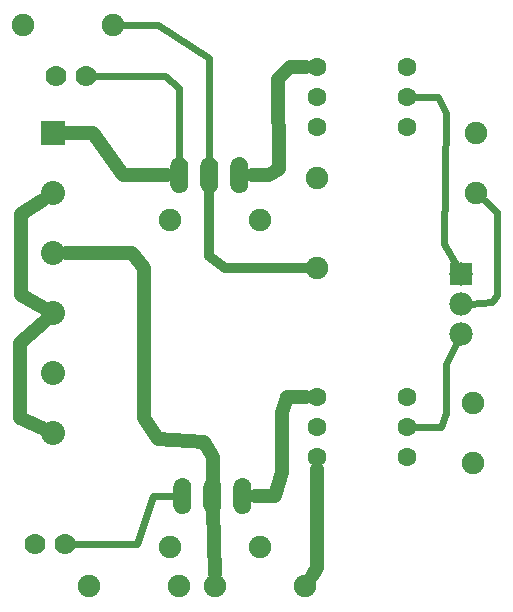
<source format=gbl>
G04 MADE WITH FRITZING*
G04 WWW.FRITZING.ORG*
G04 DOUBLE SIDED*
G04 HOLES PLATED*
G04 CONTOUR ON CENTER OF CONTOUR VECTOR*
%ASAXBY*%
%FSLAX23Y23*%
%MOIN*%
%OFA0B0*%
%SFA1.0B1.0*%
%ADD10C,0.060000*%
%ADD11C,0.078000*%
%ADD12C,0.080000*%
%ADD13C,0.063000*%
%ADD14C,0.075000*%
%ADD15C,0.070000*%
%ADD16R,0.078000X0.078000*%
%ADD17R,0.080000X0.080000*%
%ADD18C,0.024000*%
%ADD19C,0.048000*%
%ADD20C,0.032000*%
%ADD21R,0.001000X0.001000*%
%LNCOPPER0*%
G90*
G70*
G54D10*
X636Y485D03*
X736Y485D03*
X836Y485D03*
X626Y1555D03*
X726Y1555D03*
X826Y1555D03*
G54D11*
X1566Y1225D03*
X1566Y1125D03*
X1566Y1025D03*
G54D12*
X206Y1695D03*
X206Y1495D03*
X206Y1295D03*
X206Y1095D03*
X206Y895D03*
X206Y695D03*
G54D13*
X1386Y1715D03*
X1386Y1815D03*
X1386Y1915D03*
X1086Y1915D03*
X1086Y1815D03*
X1086Y1715D03*
X1386Y615D03*
X1386Y715D03*
X1386Y815D03*
X1086Y815D03*
X1086Y715D03*
X1086Y615D03*
G54D14*
X746Y185D03*
X1046Y185D03*
X1606Y595D03*
X1606Y795D03*
X1616Y1495D03*
X1616Y1695D03*
X1086Y1245D03*
X1086Y1545D03*
X106Y2055D03*
X406Y2055D03*
G54D15*
X216Y1885D03*
X316Y1885D03*
X146Y325D03*
X246Y325D03*
G54D14*
X326Y185D03*
X626Y185D03*
X596Y315D03*
X896Y315D03*
X596Y1405D03*
X896Y1405D03*
G54D16*
X1566Y1225D03*
G54D17*
X206Y1695D03*
G54D18*
X1638Y1476D02*
X1686Y1433D01*
D02*
X1686Y1433D02*
X1686Y1155D01*
D02*
X1686Y1155D02*
X1667Y1133D01*
D02*
X1667Y1133D02*
X1596Y1127D01*
D02*
X1413Y1815D02*
X1487Y1815D01*
D02*
X1515Y1763D02*
X1507Y1326D01*
D02*
X1487Y1815D02*
X1515Y1763D01*
D02*
X1507Y1326D02*
X1551Y1251D01*
D02*
X1497Y715D02*
X1413Y715D01*
D02*
X1515Y763D02*
X1497Y715D01*
D02*
X1515Y926D02*
X1515Y763D01*
D02*
X1552Y998D02*
X1515Y926D01*
G54D19*
D02*
X956Y1874D02*
X996Y1915D01*
D02*
X957Y1576D02*
X956Y1874D01*
D02*
X926Y1554D02*
X957Y1576D01*
D02*
X996Y1915D02*
X1048Y1915D01*
D02*
X868Y1554D02*
X926Y1554D01*
D02*
X98Y1426D02*
X98Y1154D01*
D02*
X98Y1154D02*
X169Y1115D01*
D02*
X171Y1472D02*
X98Y1426D01*
D02*
X175Y1066D02*
X96Y995D01*
D02*
X96Y995D02*
X96Y745D01*
D02*
X96Y745D02*
X168Y712D01*
D02*
X1086Y244D02*
X1068Y218D01*
D02*
X1086Y577D02*
X1086Y244D01*
D02*
X745Y224D02*
X738Y443D01*
D02*
X556Y674D02*
X708Y667D01*
D02*
X708Y667D02*
X737Y615D01*
D02*
X508Y744D02*
X556Y674D01*
D02*
X737Y615D02*
X737Y527D01*
D02*
X508Y1244D02*
X508Y744D01*
D02*
X467Y1296D02*
X508Y1244D01*
D02*
X248Y1295D02*
X467Y1296D01*
D02*
X437Y1555D02*
X337Y1696D01*
D02*
X337Y1696D02*
X248Y1695D01*
D02*
X584Y1555D02*
X437Y1555D01*
D02*
X945Y485D02*
X878Y485D01*
D02*
X967Y567D02*
X945Y485D01*
D02*
X967Y763D02*
X967Y567D01*
D02*
X986Y815D02*
X967Y763D01*
D02*
X1048Y815D02*
X986Y815D01*
G54D18*
D02*
X626Y1844D02*
X626Y1586D01*
D02*
X578Y1885D02*
X626Y1844D01*
D02*
X343Y1885D02*
X578Y1885D01*
D02*
X435Y2055D02*
X556Y2055D01*
D02*
X556Y2055D02*
X726Y1944D01*
D02*
X726Y1944D02*
X726Y1586D01*
D02*
X273Y325D02*
X486Y326D01*
D02*
X537Y485D02*
X605Y485D01*
D02*
X486Y326D02*
X537Y485D01*
G54D20*
D02*
X778Y1244D02*
X1058Y1245D01*
D02*
X726Y1285D02*
X778Y1244D01*
D02*
X726Y1524D02*
X726Y1285D01*
G54D21*
X624Y1615D02*
X627Y1615D01*
X724Y1615D02*
X727Y1615D01*
X824Y1615D02*
X827Y1615D01*
X618Y1614D02*
X633Y1614D01*
X718Y1614D02*
X733Y1614D01*
X818Y1614D02*
X833Y1614D01*
X615Y1613D02*
X636Y1613D01*
X715Y1613D02*
X736Y1613D01*
X815Y1613D02*
X836Y1613D01*
X613Y1612D02*
X638Y1612D01*
X713Y1612D02*
X738Y1612D01*
X813Y1612D02*
X838Y1612D01*
X611Y1611D02*
X640Y1611D01*
X711Y1611D02*
X740Y1611D01*
X811Y1611D02*
X840Y1611D01*
X609Y1610D02*
X642Y1610D01*
X709Y1610D02*
X742Y1610D01*
X809Y1610D02*
X842Y1610D01*
X608Y1609D02*
X643Y1609D01*
X708Y1609D02*
X743Y1609D01*
X808Y1609D02*
X843Y1609D01*
X607Y1608D02*
X644Y1608D01*
X707Y1608D02*
X744Y1608D01*
X807Y1608D02*
X844Y1608D01*
X606Y1607D02*
X645Y1607D01*
X706Y1607D02*
X745Y1607D01*
X805Y1607D02*
X845Y1607D01*
X605Y1606D02*
X647Y1606D01*
X704Y1606D02*
X746Y1606D01*
X804Y1606D02*
X846Y1606D01*
X604Y1605D02*
X647Y1605D01*
X704Y1605D02*
X747Y1605D01*
X804Y1605D02*
X847Y1605D01*
X603Y1604D02*
X648Y1604D01*
X703Y1604D02*
X748Y1604D01*
X803Y1604D02*
X848Y1604D01*
X602Y1603D02*
X649Y1603D01*
X702Y1603D02*
X749Y1603D01*
X802Y1603D02*
X849Y1603D01*
X601Y1602D02*
X650Y1602D01*
X701Y1602D02*
X750Y1602D01*
X801Y1602D02*
X850Y1602D01*
X601Y1601D02*
X650Y1601D01*
X701Y1601D02*
X750Y1601D01*
X801Y1601D02*
X850Y1601D01*
X600Y1600D02*
X651Y1600D01*
X700Y1600D02*
X751Y1600D01*
X800Y1600D02*
X851Y1600D01*
X599Y1599D02*
X652Y1599D01*
X699Y1599D02*
X752Y1599D01*
X799Y1599D02*
X852Y1599D01*
X599Y1598D02*
X652Y1598D01*
X699Y1598D02*
X752Y1598D01*
X799Y1598D02*
X852Y1598D01*
X598Y1597D02*
X653Y1597D01*
X698Y1597D02*
X753Y1597D01*
X798Y1597D02*
X852Y1597D01*
X598Y1596D02*
X653Y1596D01*
X698Y1596D02*
X753Y1596D01*
X798Y1596D02*
X853Y1596D01*
X598Y1595D02*
X653Y1595D01*
X698Y1595D02*
X753Y1595D01*
X798Y1595D02*
X853Y1595D01*
X597Y1594D02*
X654Y1594D01*
X697Y1594D02*
X754Y1594D01*
X797Y1594D02*
X854Y1594D01*
X597Y1593D02*
X654Y1593D01*
X697Y1593D02*
X754Y1593D01*
X797Y1593D02*
X854Y1593D01*
X597Y1592D02*
X654Y1592D01*
X697Y1592D02*
X754Y1592D01*
X797Y1592D02*
X854Y1592D01*
X597Y1591D02*
X654Y1591D01*
X697Y1591D02*
X754Y1591D01*
X797Y1591D02*
X854Y1591D01*
X596Y1590D02*
X655Y1590D01*
X696Y1590D02*
X755Y1590D01*
X796Y1590D02*
X855Y1590D01*
X596Y1589D02*
X655Y1589D01*
X696Y1589D02*
X755Y1589D01*
X796Y1589D02*
X855Y1589D01*
X596Y1588D02*
X655Y1588D01*
X696Y1588D02*
X755Y1588D01*
X796Y1588D02*
X855Y1588D01*
X596Y1587D02*
X655Y1587D01*
X696Y1587D02*
X755Y1587D01*
X796Y1587D02*
X855Y1587D01*
X596Y1586D02*
X655Y1586D01*
X696Y1586D02*
X755Y1586D01*
X796Y1586D02*
X855Y1586D01*
X596Y1585D02*
X655Y1585D01*
X696Y1585D02*
X755Y1585D01*
X796Y1585D02*
X855Y1585D01*
X596Y1584D02*
X655Y1584D01*
X696Y1584D02*
X755Y1584D01*
X796Y1584D02*
X855Y1584D01*
X596Y1583D02*
X655Y1583D01*
X696Y1583D02*
X755Y1583D01*
X796Y1583D02*
X855Y1583D01*
X596Y1582D02*
X655Y1582D01*
X696Y1582D02*
X755Y1582D01*
X796Y1582D02*
X855Y1582D01*
X596Y1581D02*
X655Y1581D01*
X696Y1581D02*
X755Y1581D01*
X796Y1581D02*
X855Y1581D01*
X596Y1580D02*
X655Y1580D01*
X696Y1580D02*
X755Y1580D01*
X796Y1580D02*
X855Y1580D01*
X596Y1579D02*
X655Y1579D01*
X696Y1579D02*
X755Y1579D01*
X796Y1579D02*
X855Y1579D01*
X596Y1578D02*
X655Y1578D01*
X696Y1578D02*
X755Y1578D01*
X796Y1578D02*
X855Y1578D01*
X596Y1577D02*
X655Y1577D01*
X696Y1577D02*
X755Y1577D01*
X796Y1577D02*
X855Y1577D01*
X596Y1576D02*
X655Y1576D01*
X696Y1576D02*
X755Y1576D01*
X796Y1576D02*
X855Y1576D01*
X596Y1575D02*
X624Y1575D01*
X627Y1575D02*
X655Y1575D01*
X696Y1575D02*
X724Y1575D01*
X727Y1575D02*
X755Y1575D01*
X796Y1575D02*
X824Y1575D01*
X827Y1575D02*
X855Y1575D01*
X596Y1574D02*
X619Y1574D01*
X632Y1574D02*
X655Y1574D01*
X696Y1574D02*
X719Y1574D01*
X732Y1574D02*
X755Y1574D01*
X796Y1574D02*
X819Y1574D01*
X832Y1574D02*
X855Y1574D01*
X596Y1573D02*
X616Y1573D01*
X635Y1573D02*
X655Y1573D01*
X696Y1573D02*
X716Y1573D01*
X735Y1573D02*
X755Y1573D01*
X796Y1573D02*
X816Y1573D01*
X835Y1573D02*
X855Y1573D01*
X596Y1572D02*
X614Y1572D01*
X637Y1572D02*
X655Y1572D01*
X696Y1572D02*
X714Y1572D01*
X737Y1572D02*
X755Y1572D01*
X796Y1572D02*
X814Y1572D01*
X837Y1572D02*
X855Y1572D01*
X596Y1571D02*
X613Y1571D01*
X638Y1571D02*
X655Y1571D01*
X696Y1571D02*
X713Y1571D01*
X738Y1571D02*
X755Y1571D01*
X796Y1571D02*
X813Y1571D01*
X838Y1571D02*
X855Y1571D01*
X596Y1570D02*
X612Y1570D01*
X639Y1570D02*
X655Y1570D01*
X696Y1570D02*
X712Y1570D01*
X739Y1570D02*
X755Y1570D01*
X796Y1570D02*
X812Y1570D01*
X839Y1570D02*
X855Y1570D01*
X596Y1569D02*
X611Y1569D01*
X640Y1569D02*
X655Y1569D01*
X696Y1569D02*
X711Y1569D01*
X740Y1569D02*
X755Y1569D01*
X796Y1569D02*
X811Y1569D01*
X840Y1569D02*
X855Y1569D01*
X596Y1568D02*
X610Y1568D01*
X641Y1568D02*
X655Y1568D01*
X696Y1568D02*
X710Y1568D01*
X741Y1568D02*
X755Y1568D01*
X796Y1568D02*
X810Y1568D01*
X841Y1568D02*
X855Y1568D01*
X596Y1567D02*
X609Y1567D01*
X642Y1567D02*
X655Y1567D01*
X696Y1567D02*
X709Y1567D01*
X742Y1567D02*
X755Y1567D01*
X796Y1567D02*
X809Y1567D01*
X842Y1567D02*
X855Y1567D01*
X596Y1566D02*
X608Y1566D01*
X643Y1566D02*
X655Y1566D01*
X696Y1566D02*
X708Y1566D01*
X743Y1566D02*
X755Y1566D01*
X796Y1566D02*
X808Y1566D01*
X843Y1566D02*
X855Y1566D01*
X596Y1565D02*
X608Y1565D01*
X643Y1565D02*
X655Y1565D01*
X696Y1565D02*
X708Y1565D01*
X743Y1565D02*
X755Y1565D01*
X796Y1565D02*
X808Y1565D01*
X843Y1565D02*
X855Y1565D01*
X596Y1564D02*
X607Y1564D01*
X644Y1564D02*
X655Y1564D01*
X696Y1564D02*
X707Y1564D01*
X744Y1564D02*
X755Y1564D01*
X796Y1564D02*
X807Y1564D01*
X844Y1564D02*
X855Y1564D01*
X596Y1563D02*
X607Y1563D01*
X644Y1563D02*
X655Y1563D01*
X696Y1563D02*
X707Y1563D01*
X744Y1563D02*
X755Y1563D01*
X796Y1563D02*
X807Y1563D01*
X844Y1563D02*
X855Y1563D01*
X596Y1562D02*
X606Y1562D01*
X645Y1562D02*
X655Y1562D01*
X696Y1562D02*
X706Y1562D01*
X745Y1562D02*
X755Y1562D01*
X796Y1562D02*
X806Y1562D01*
X845Y1562D02*
X855Y1562D01*
X596Y1561D02*
X606Y1561D01*
X645Y1561D02*
X655Y1561D01*
X696Y1561D02*
X706Y1561D01*
X745Y1561D02*
X755Y1561D01*
X796Y1561D02*
X806Y1561D01*
X845Y1561D02*
X855Y1561D01*
X596Y1560D02*
X606Y1560D01*
X645Y1560D02*
X655Y1560D01*
X696Y1560D02*
X706Y1560D01*
X745Y1560D02*
X755Y1560D01*
X796Y1560D02*
X806Y1560D01*
X845Y1560D02*
X855Y1560D01*
X596Y1559D02*
X605Y1559D01*
X646Y1559D02*
X655Y1559D01*
X696Y1559D02*
X705Y1559D01*
X746Y1559D02*
X755Y1559D01*
X796Y1559D02*
X805Y1559D01*
X846Y1559D02*
X855Y1559D01*
X596Y1558D02*
X605Y1558D01*
X646Y1558D02*
X655Y1558D01*
X696Y1558D02*
X705Y1558D01*
X746Y1558D02*
X755Y1558D01*
X796Y1558D02*
X805Y1558D01*
X846Y1558D02*
X855Y1558D01*
X596Y1557D02*
X605Y1557D01*
X646Y1557D02*
X655Y1557D01*
X696Y1557D02*
X705Y1557D01*
X746Y1557D02*
X755Y1557D01*
X796Y1557D02*
X805Y1557D01*
X846Y1557D02*
X855Y1557D01*
X596Y1556D02*
X605Y1556D01*
X646Y1556D02*
X655Y1556D01*
X696Y1556D02*
X705Y1556D01*
X746Y1556D02*
X755Y1556D01*
X796Y1556D02*
X805Y1556D01*
X846Y1556D02*
X855Y1556D01*
X596Y1555D02*
X605Y1555D01*
X646Y1555D02*
X655Y1555D01*
X696Y1555D02*
X705Y1555D01*
X746Y1555D02*
X755Y1555D01*
X796Y1555D02*
X805Y1555D01*
X846Y1555D02*
X855Y1555D01*
X596Y1554D02*
X605Y1554D01*
X646Y1554D02*
X655Y1554D01*
X696Y1554D02*
X705Y1554D01*
X746Y1554D02*
X755Y1554D01*
X796Y1554D02*
X805Y1554D01*
X846Y1554D02*
X855Y1554D01*
X596Y1553D02*
X605Y1553D01*
X646Y1553D02*
X655Y1553D01*
X696Y1553D02*
X705Y1553D01*
X746Y1553D02*
X755Y1553D01*
X796Y1553D02*
X805Y1553D01*
X846Y1553D02*
X855Y1553D01*
X596Y1552D02*
X605Y1552D01*
X646Y1552D02*
X655Y1552D01*
X696Y1552D02*
X705Y1552D01*
X746Y1552D02*
X755Y1552D01*
X796Y1552D02*
X805Y1552D01*
X846Y1552D02*
X855Y1552D01*
X596Y1551D02*
X605Y1551D01*
X646Y1551D02*
X655Y1551D01*
X696Y1551D02*
X705Y1551D01*
X746Y1551D02*
X755Y1551D01*
X796Y1551D02*
X805Y1551D01*
X845Y1551D02*
X855Y1551D01*
X596Y1550D02*
X606Y1550D01*
X645Y1550D02*
X655Y1550D01*
X696Y1550D02*
X706Y1550D01*
X745Y1550D02*
X755Y1550D01*
X796Y1550D02*
X806Y1550D01*
X845Y1550D02*
X855Y1550D01*
X596Y1549D02*
X606Y1549D01*
X645Y1549D02*
X655Y1549D01*
X696Y1549D02*
X706Y1549D01*
X745Y1549D02*
X755Y1549D01*
X796Y1549D02*
X806Y1549D01*
X845Y1549D02*
X855Y1549D01*
X596Y1548D02*
X606Y1548D01*
X645Y1548D02*
X655Y1548D01*
X696Y1548D02*
X706Y1548D01*
X745Y1548D02*
X755Y1548D01*
X796Y1548D02*
X806Y1548D01*
X845Y1548D02*
X855Y1548D01*
X596Y1547D02*
X607Y1547D01*
X644Y1547D02*
X655Y1547D01*
X696Y1547D02*
X707Y1547D01*
X744Y1547D02*
X755Y1547D01*
X796Y1547D02*
X807Y1547D01*
X844Y1547D02*
X855Y1547D01*
X596Y1546D02*
X607Y1546D01*
X644Y1546D02*
X655Y1546D01*
X696Y1546D02*
X707Y1546D01*
X744Y1546D02*
X755Y1546D01*
X796Y1546D02*
X807Y1546D01*
X844Y1546D02*
X855Y1546D01*
X596Y1545D02*
X608Y1545D01*
X643Y1545D02*
X655Y1545D01*
X696Y1545D02*
X708Y1545D01*
X743Y1545D02*
X755Y1545D01*
X796Y1545D02*
X808Y1545D01*
X843Y1545D02*
X855Y1545D01*
X596Y1544D02*
X608Y1544D01*
X643Y1544D02*
X655Y1544D01*
X696Y1544D02*
X708Y1544D01*
X743Y1544D02*
X755Y1544D01*
X796Y1544D02*
X808Y1544D01*
X843Y1544D02*
X855Y1544D01*
X596Y1543D02*
X609Y1543D01*
X642Y1543D02*
X655Y1543D01*
X696Y1543D02*
X709Y1543D01*
X742Y1543D02*
X755Y1543D01*
X796Y1543D02*
X809Y1543D01*
X842Y1543D02*
X855Y1543D01*
X596Y1542D02*
X610Y1542D01*
X641Y1542D02*
X655Y1542D01*
X696Y1542D02*
X710Y1542D01*
X741Y1542D02*
X755Y1542D01*
X796Y1542D02*
X810Y1542D01*
X841Y1542D02*
X855Y1542D01*
X596Y1541D02*
X611Y1541D01*
X640Y1541D02*
X655Y1541D01*
X696Y1541D02*
X711Y1541D01*
X740Y1541D02*
X755Y1541D01*
X796Y1541D02*
X811Y1541D01*
X840Y1541D02*
X855Y1541D01*
X596Y1540D02*
X612Y1540D01*
X639Y1540D02*
X655Y1540D01*
X696Y1540D02*
X712Y1540D01*
X739Y1540D02*
X755Y1540D01*
X796Y1540D02*
X812Y1540D01*
X839Y1540D02*
X855Y1540D01*
X596Y1539D02*
X613Y1539D01*
X638Y1539D02*
X655Y1539D01*
X696Y1539D02*
X713Y1539D01*
X738Y1539D02*
X755Y1539D01*
X796Y1539D02*
X813Y1539D01*
X838Y1539D02*
X855Y1539D01*
X596Y1538D02*
X615Y1538D01*
X636Y1538D02*
X655Y1538D01*
X696Y1538D02*
X715Y1538D01*
X736Y1538D02*
X755Y1538D01*
X796Y1538D02*
X815Y1538D01*
X836Y1538D02*
X855Y1538D01*
X596Y1537D02*
X617Y1537D01*
X634Y1537D02*
X655Y1537D01*
X696Y1537D02*
X717Y1537D01*
X734Y1537D02*
X755Y1537D01*
X796Y1537D02*
X817Y1537D01*
X834Y1537D02*
X855Y1537D01*
X596Y1536D02*
X619Y1536D01*
X632Y1536D02*
X655Y1536D01*
X696Y1536D02*
X719Y1536D01*
X732Y1536D02*
X755Y1536D01*
X796Y1536D02*
X819Y1536D01*
X832Y1536D02*
X855Y1536D01*
X596Y1535D02*
X655Y1535D01*
X696Y1535D02*
X755Y1535D01*
X796Y1535D02*
X855Y1535D01*
X596Y1534D02*
X655Y1534D01*
X696Y1534D02*
X755Y1534D01*
X796Y1534D02*
X855Y1534D01*
X596Y1533D02*
X655Y1533D01*
X696Y1533D02*
X755Y1533D01*
X796Y1533D02*
X855Y1533D01*
X596Y1532D02*
X655Y1532D01*
X696Y1532D02*
X755Y1532D01*
X796Y1532D02*
X855Y1532D01*
X596Y1531D02*
X655Y1531D01*
X696Y1531D02*
X755Y1531D01*
X796Y1531D02*
X855Y1531D01*
X596Y1530D02*
X655Y1530D01*
X696Y1530D02*
X755Y1530D01*
X796Y1530D02*
X855Y1530D01*
X596Y1529D02*
X655Y1529D01*
X696Y1529D02*
X755Y1529D01*
X796Y1529D02*
X855Y1529D01*
X596Y1528D02*
X655Y1528D01*
X696Y1528D02*
X755Y1528D01*
X796Y1528D02*
X855Y1528D01*
X596Y1527D02*
X655Y1527D01*
X696Y1527D02*
X755Y1527D01*
X796Y1527D02*
X855Y1527D01*
X596Y1526D02*
X655Y1526D01*
X696Y1526D02*
X755Y1526D01*
X796Y1526D02*
X855Y1526D01*
X596Y1525D02*
X655Y1525D01*
X696Y1525D02*
X755Y1525D01*
X796Y1525D02*
X855Y1525D01*
X596Y1524D02*
X655Y1524D01*
X696Y1524D02*
X755Y1524D01*
X796Y1524D02*
X855Y1524D01*
X596Y1523D02*
X655Y1523D01*
X696Y1523D02*
X755Y1523D01*
X796Y1523D02*
X855Y1523D01*
X596Y1522D02*
X655Y1522D01*
X696Y1522D02*
X755Y1522D01*
X796Y1522D02*
X855Y1522D01*
X596Y1521D02*
X655Y1521D01*
X696Y1521D02*
X755Y1521D01*
X796Y1521D02*
X855Y1521D01*
X596Y1520D02*
X655Y1520D01*
X696Y1520D02*
X755Y1520D01*
X796Y1520D02*
X854Y1520D01*
X597Y1519D02*
X654Y1519D01*
X697Y1519D02*
X754Y1519D01*
X797Y1519D02*
X854Y1519D01*
X597Y1518D02*
X654Y1518D01*
X697Y1518D02*
X754Y1518D01*
X797Y1518D02*
X854Y1518D01*
X597Y1517D02*
X654Y1517D01*
X697Y1517D02*
X754Y1517D01*
X797Y1517D02*
X854Y1517D01*
X597Y1516D02*
X654Y1516D01*
X697Y1516D02*
X754Y1516D01*
X797Y1516D02*
X854Y1516D01*
X598Y1515D02*
X653Y1515D01*
X698Y1515D02*
X753Y1515D01*
X798Y1515D02*
X853Y1515D01*
X598Y1514D02*
X653Y1514D01*
X698Y1514D02*
X753Y1514D01*
X798Y1514D02*
X853Y1514D01*
X599Y1513D02*
X652Y1513D01*
X699Y1513D02*
X752Y1513D01*
X799Y1513D02*
X852Y1513D01*
X599Y1512D02*
X652Y1512D01*
X699Y1512D02*
X752Y1512D01*
X799Y1512D02*
X852Y1512D01*
X600Y1511D02*
X651Y1511D01*
X700Y1511D02*
X751Y1511D01*
X799Y1511D02*
X851Y1511D01*
X600Y1510D02*
X651Y1510D01*
X700Y1510D02*
X751Y1510D01*
X800Y1510D02*
X851Y1510D01*
X601Y1509D02*
X650Y1509D01*
X701Y1509D02*
X750Y1509D01*
X801Y1509D02*
X850Y1509D01*
X601Y1508D02*
X650Y1508D01*
X701Y1508D02*
X750Y1508D01*
X801Y1508D02*
X850Y1508D01*
X602Y1507D02*
X649Y1507D01*
X702Y1507D02*
X749Y1507D01*
X802Y1507D02*
X849Y1507D01*
X603Y1506D02*
X648Y1506D01*
X703Y1506D02*
X748Y1506D01*
X803Y1506D02*
X848Y1506D01*
X604Y1505D02*
X647Y1505D01*
X704Y1505D02*
X747Y1505D01*
X804Y1505D02*
X847Y1505D01*
X605Y1504D02*
X646Y1504D01*
X705Y1504D02*
X746Y1504D01*
X805Y1504D02*
X846Y1504D01*
X606Y1503D02*
X645Y1503D01*
X706Y1503D02*
X745Y1503D01*
X806Y1503D02*
X845Y1503D01*
X607Y1502D02*
X644Y1502D01*
X707Y1502D02*
X744Y1502D01*
X807Y1502D02*
X844Y1502D01*
X608Y1501D02*
X643Y1501D01*
X708Y1501D02*
X743Y1501D01*
X808Y1501D02*
X843Y1501D01*
X610Y1500D02*
X641Y1500D01*
X710Y1500D02*
X741Y1500D01*
X810Y1500D02*
X841Y1500D01*
X611Y1499D02*
X640Y1499D01*
X711Y1499D02*
X740Y1499D01*
X811Y1499D02*
X840Y1499D01*
X613Y1498D02*
X638Y1498D01*
X713Y1498D02*
X738Y1498D01*
X813Y1498D02*
X838Y1498D01*
X616Y1497D02*
X635Y1497D01*
X716Y1497D02*
X735Y1497D01*
X816Y1497D02*
X835Y1497D01*
X619Y1496D02*
X632Y1496D01*
X719Y1496D02*
X732Y1496D01*
X819Y1496D02*
X832Y1496D01*
X633Y545D02*
X638Y545D01*
X733Y545D02*
X738Y545D01*
X833Y545D02*
X838Y545D01*
X628Y544D02*
X643Y544D01*
X728Y544D02*
X743Y544D01*
X828Y544D02*
X843Y544D01*
X625Y543D02*
X646Y543D01*
X725Y543D02*
X746Y543D01*
X825Y543D02*
X846Y543D01*
X623Y542D02*
X648Y542D01*
X723Y542D02*
X748Y542D01*
X823Y542D02*
X848Y542D01*
X621Y541D02*
X650Y541D01*
X721Y541D02*
X750Y541D01*
X821Y541D02*
X850Y541D01*
X619Y540D02*
X652Y540D01*
X719Y540D02*
X752Y540D01*
X819Y540D02*
X852Y540D01*
X618Y539D02*
X653Y539D01*
X718Y539D02*
X753Y539D01*
X818Y539D02*
X853Y539D01*
X617Y538D02*
X654Y538D01*
X717Y538D02*
X754Y538D01*
X816Y538D02*
X854Y538D01*
X615Y537D02*
X656Y537D01*
X715Y537D02*
X756Y537D01*
X815Y537D02*
X856Y537D01*
X614Y536D02*
X657Y536D01*
X714Y536D02*
X757Y536D01*
X814Y536D02*
X857Y536D01*
X614Y535D02*
X658Y535D01*
X713Y535D02*
X757Y535D01*
X813Y535D02*
X857Y535D01*
X613Y534D02*
X658Y534D01*
X713Y534D02*
X758Y534D01*
X813Y534D02*
X858Y534D01*
X612Y533D02*
X659Y533D01*
X712Y533D02*
X759Y533D01*
X812Y533D02*
X859Y533D01*
X611Y532D02*
X660Y532D01*
X711Y532D02*
X760Y532D01*
X811Y532D02*
X860Y532D01*
X611Y531D02*
X660Y531D01*
X711Y531D02*
X760Y531D01*
X810Y531D02*
X860Y531D01*
X610Y530D02*
X661Y530D01*
X710Y530D02*
X761Y530D01*
X810Y530D02*
X861Y530D01*
X609Y529D02*
X662Y529D01*
X709Y529D02*
X762Y529D01*
X809Y529D02*
X862Y529D01*
X609Y528D02*
X662Y528D01*
X709Y528D02*
X762Y528D01*
X809Y528D02*
X862Y528D01*
X608Y527D02*
X663Y527D01*
X708Y527D02*
X763Y527D01*
X808Y527D02*
X863Y527D01*
X608Y526D02*
X663Y526D01*
X708Y526D02*
X763Y526D01*
X808Y526D02*
X863Y526D01*
X608Y525D02*
X663Y525D01*
X708Y525D02*
X763Y525D01*
X808Y525D02*
X863Y525D01*
X607Y524D02*
X664Y524D01*
X707Y524D02*
X764Y524D01*
X807Y524D02*
X864Y524D01*
X607Y523D02*
X664Y523D01*
X707Y523D02*
X764Y523D01*
X807Y523D02*
X864Y523D01*
X607Y522D02*
X664Y522D01*
X707Y522D02*
X764Y522D01*
X807Y522D02*
X864Y522D01*
X607Y521D02*
X664Y521D01*
X707Y521D02*
X764Y521D01*
X807Y521D02*
X864Y521D01*
X606Y520D02*
X665Y520D01*
X706Y520D02*
X765Y520D01*
X806Y520D02*
X865Y520D01*
X606Y519D02*
X665Y519D01*
X706Y519D02*
X765Y519D01*
X806Y519D02*
X865Y519D01*
X606Y518D02*
X665Y518D01*
X706Y518D02*
X765Y518D01*
X806Y518D02*
X865Y518D01*
X606Y517D02*
X665Y517D01*
X706Y517D02*
X765Y517D01*
X806Y517D02*
X865Y517D01*
X606Y516D02*
X665Y516D01*
X706Y516D02*
X765Y516D01*
X806Y516D02*
X865Y516D01*
X606Y515D02*
X665Y515D01*
X706Y515D02*
X765Y515D01*
X806Y515D02*
X865Y515D01*
X606Y514D02*
X665Y514D01*
X706Y514D02*
X765Y514D01*
X806Y514D02*
X865Y514D01*
X606Y513D02*
X665Y513D01*
X706Y513D02*
X765Y513D01*
X806Y513D02*
X865Y513D01*
X606Y512D02*
X665Y512D01*
X706Y512D02*
X765Y512D01*
X806Y512D02*
X865Y512D01*
X606Y511D02*
X665Y511D01*
X706Y511D02*
X765Y511D01*
X806Y511D02*
X865Y511D01*
X606Y510D02*
X665Y510D01*
X706Y510D02*
X765Y510D01*
X806Y510D02*
X865Y510D01*
X606Y509D02*
X665Y509D01*
X706Y509D02*
X765Y509D01*
X806Y509D02*
X865Y509D01*
X606Y508D02*
X665Y508D01*
X706Y508D02*
X765Y508D01*
X806Y508D02*
X865Y508D01*
X606Y507D02*
X665Y507D01*
X706Y507D02*
X765Y507D01*
X806Y507D02*
X865Y507D01*
X606Y506D02*
X665Y506D01*
X706Y506D02*
X765Y506D01*
X806Y506D02*
X865Y506D01*
X606Y505D02*
X633Y505D01*
X638Y505D02*
X665Y505D01*
X706Y505D02*
X733Y505D01*
X738Y505D02*
X765Y505D01*
X806Y505D02*
X833Y505D01*
X838Y505D02*
X865Y505D01*
X606Y504D02*
X628Y504D01*
X643Y504D02*
X665Y504D01*
X706Y504D02*
X728Y504D01*
X743Y504D02*
X765Y504D01*
X806Y504D02*
X828Y504D01*
X843Y504D02*
X865Y504D01*
X606Y503D02*
X626Y503D01*
X645Y503D02*
X665Y503D01*
X706Y503D02*
X726Y503D01*
X745Y503D02*
X765Y503D01*
X806Y503D02*
X826Y503D01*
X845Y503D02*
X865Y503D01*
X606Y502D02*
X624Y502D01*
X647Y502D02*
X665Y502D01*
X706Y502D02*
X724Y502D01*
X747Y502D02*
X765Y502D01*
X806Y502D02*
X824Y502D01*
X847Y502D02*
X865Y502D01*
X606Y501D02*
X623Y501D01*
X648Y501D02*
X665Y501D01*
X706Y501D02*
X723Y501D01*
X748Y501D02*
X765Y501D01*
X806Y501D02*
X823Y501D01*
X848Y501D02*
X865Y501D01*
X606Y500D02*
X622Y500D01*
X649Y500D02*
X665Y500D01*
X706Y500D02*
X722Y500D01*
X749Y500D02*
X765Y500D01*
X806Y500D02*
X822Y500D01*
X849Y500D02*
X865Y500D01*
X606Y499D02*
X621Y499D01*
X650Y499D02*
X665Y499D01*
X706Y499D02*
X721Y499D01*
X750Y499D02*
X765Y499D01*
X806Y499D02*
X821Y499D01*
X850Y499D02*
X865Y499D01*
X606Y498D02*
X620Y498D01*
X651Y498D02*
X665Y498D01*
X706Y498D02*
X720Y498D01*
X751Y498D02*
X765Y498D01*
X806Y498D02*
X820Y498D01*
X851Y498D02*
X865Y498D01*
X606Y497D02*
X619Y497D01*
X652Y497D02*
X665Y497D01*
X706Y497D02*
X719Y497D01*
X752Y497D02*
X765Y497D01*
X806Y497D02*
X819Y497D01*
X852Y497D02*
X865Y497D01*
X606Y496D02*
X618Y496D01*
X653Y496D02*
X665Y496D01*
X706Y496D02*
X718Y496D01*
X753Y496D02*
X765Y496D01*
X806Y496D02*
X818Y496D01*
X853Y496D02*
X865Y496D01*
X606Y495D02*
X618Y495D01*
X653Y495D02*
X665Y495D01*
X706Y495D02*
X718Y495D01*
X753Y495D02*
X765Y495D01*
X806Y495D02*
X818Y495D01*
X853Y495D02*
X865Y495D01*
X606Y494D02*
X617Y494D01*
X654Y494D02*
X665Y494D01*
X706Y494D02*
X717Y494D01*
X754Y494D02*
X765Y494D01*
X806Y494D02*
X817Y494D01*
X854Y494D02*
X865Y494D01*
X606Y493D02*
X617Y493D01*
X654Y493D02*
X665Y493D01*
X706Y493D02*
X717Y493D01*
X754Y493D02*
X765Y493D01*
X806Y493D02*
X817Y493D01*
X854Y493D02*
X865Y493D01*
X606Y492D02*
X616Y492D01*
X655Y492D02*
X665Y492D01*
X706Y492D02*
X716Y492D01*
X755Y492D02*
X765Y492D01*
X806Y492D02*
X816Y492D01*
X855Y492D02*
X865Y492D01*
X606Y491D02*
X616Y491D01*
X655Y491D02*
X665Y491D01*
X706Y491D02*
X716Y491D01*
X755Y491D02*
X765Y491D01*
X806Y491D02*
X816Y491D01*
X855Y491D02*
X865Y491D01*
X606Y490D02*
X616Y490D01*
X655Y490D02*
X665Y490D01*
X706Y490D02*
X716Y490D01*
X755Y490D02*
X765Y490D01*
X806Y490D02*
X816Y490D01*
X855Y490D02*
X865Y490D01*
X606Y489D02*
X615Y489D01*
X656Y489D02*
X665Y489D01*
X706Y489D02*
X715Y489D01*
X756Y489D02*
X765Y489D01*
X806Y489D02*
X815Y489D01*
X856Y489D02*
X865Y489D01*
X606Y488D02*
X615Y488D01*
X656Y488D02*
X665Y488D01*
X706Y488D02*
X715Y488D01*
X756Y488D02*
X765Y488D01*
X806Y488D02*
X815Y488D01*
X856Y488D02*
X865Y488D01*
X606Y487D02*
X615Y487D01*
X656Y487D02*
X665Y487D01*
X706Y487D02*
X715Y487D01*
X756Y487D02*
X765Y487D01*
X806Y487D02*
X815Y487D01*
X856Y487D02*
X865Y487D01*
X606Y486D02*
X615Y486D01*
X656Y486D02*
X665Y486D01*
X706Y486D02*
X715Y486D01*
X756Y486D02*
X765Y486D01*
X806Y486D02*
X815Y486D01*
X856Y486D02*
X865Y486D01*
X606Y485D02*
X615Y485D01*
X656Y485D02*
X665Y485D01*
X706Y485D02*
X715Y485D01*
X756Y485D02*
X765Y485D01*
X806Y485D02*
X815Y485D01*
X856Y485D02*
X865Y485D01*
X606Y484D02*
X615Y484D01*
X656Y484D02*
X665Y484D01*
X706Y484D02*
X715Y484D01*
X756Y484D02*
X765Y484D01*
X806Y484D02*
X815Y484D01*
X856Y484D02*
X865Y484D01*
X606Y483D02*
X615Y483D01*
X656Y483D02*
X665Y483D01*
X706Y483D02*
X715Y483D01*
X756Y483D02*
X765Y483D01*
X806Y483D02*
X815Y483D01*
X856Y483D02*
X865Y483D01*
X606Y482D02*
X615Y482D01*
X656Y482D02*
X665Y482D01*
X706Y482D02*
X715Y482D01*
X756Y482D02*
X765Y482D01*
X806Y482D02*
X815Y482D01*
X856Y482D02*
X865Y482D01*
X606Y481D02*
X616Y481D01*
X656Y481D02*
X665Y481D01*
X706Y481D02*
X715Y481D01*
X756Y481D02*
X765Y481D01*
X806Y481D02*
X815Y481D01*
X855Y481D02*
X865Y481D01*
X606Y480D02*
X616Y480D01*
X655Y480D02*
X665Y480D01*
X706Y480D02*
X716Y480D01*
X755Y480D02*
X765Y480D01*
X806Y480D02*
X816Y480D01*
X855Y480D02*
X865Y480D01*
X606Y479D02*
X616Y479D01*
X655Y479D02*
X665Y479D01*
X706Y479D02*
X716Y479D01*
X755Y479D02*
X765Y479D01*
X806Y479D02*
X816Y479D01*
X855Y479D02*
X865Y479D01*
X606Y478D02*
X616Y478D01*
X655Y478D02*
X665Y478D01*
X706Y478D02*
X716Y478D01*
X755Y478D02*
X765Y478D01*
X806Y478D02*
X816Y478D01*
X855Y478D02*
X865Y478D01*
X606Y477D02*
X617Y477D01*
X654Y477D02*
X665Y477D01*
X706Y477D02*
X717Y477D01*
X754Y477D02*
X765Y477D01*
X806Y477D02*
X817Y477D01*
X854Y477D02*
X865Y477D01*
X606Y476D02*
X617Y476D01*
X654Y476D02*
X665Y476D01*
X706Y476D02*
X717Y476D01*
X754Y476D02*
X765Y476D01*
X806Y476D02*
X817Y476D01*
X854Y476D02*
X865Y476D01*
X606Y475D02*
X618Y475D01*
X653Y475D02*
X665Y475D01*
X706Y475D02*
X718Y475D01*
X753Y475D02*
X765Y475D01*
X806Y475D02*
X818Y475D01*
X853Y475D02*
X865Y475D01*
X606Y474D02*
X618Y474D01*
X653Y474D02*
X665Y474D01*
X706Y474D02*
X718Y474D01*
X753Y474D02*
X765Y474D01*
X806Y474D02*
X818Y474D01*
X852Y474D02*
X865Y474D01*
X606Y473D02*
X619Y473D01*
X652Y473D02*
X665Y473D01*
X706Y473D02*
X719Y473D01*
X752Y473D02*
X765Y473D01*
X806Y473D02*
X819Y473D01*
X852Y473D02*
X865Y473D01*
X606Y472D02*
X620Y472D01*
X651Y472D02*
X665Y472D01*
X706Y472D02*
X720Y472D01*
X751Y472D02*
X765Y472D01*
X806Y472D02*
X820Y472D01*
X851Y472D02*
X865Y472D01*
X606Y471D02*
X621Y471D01*
X650Y471D02*
X665Y471D01*
X706Y471D02*
X721Y471D01*
X750Y471D02*
X765Y471D01*
X806Y471D02*
X821Y471D01*
X850Y471D02*
X865Y471D01*
X606Y470D02*
X622Y470D01*
X649Y470D02*
X665Y470D01*
X706Y470D02*
X722Y470D01*
X749Y470D02*
X765Y470D01*
X806Y470D02*
X822Y470D01*
X849Y470D02*
X865Y470D01*
X606Y469D02*
X623Y469D01*
X648Y469D02*
X665Y469D01*
X706Y469D02*
X723Y469D01*
X748Y469D02*
X765Y469D01*
X806Y469D02*
X823Y469D01*
X848Y469D02*
X865Y469D01*
X606Y468D02*
X625Y468D01*
X646Y468D02*
X665Y468D01*
X706Y468D02*
X725Y468D01*
X746Y468D02*
X765Y468D01*
X806Y468D02*
X825Y468D01*
X846Y468D02*
X865Y468D01*
X606Y467D02*
X627Y467D01*
X644Y467D02*
X665Y467D01*
X706Y467D02*
X727Y467D01*
X744Y467D02*
X765Y467D01*
X806Y467D02*
X827Y467D01*
X844Y467D02*
X865Y467D01*
X606Y466D02*
X630Y466D01*
X641Y466D02*
X665Y466D01*
X706Y466D02*
X730Y466D01*
X741Y466D02*
X765Y466D01*
X806Y466D02*
X830Y466D01*
X841Y466D02*
X865Y466D01*
X606Y465D02*
X665Y465D01*
X706Y465D02*
X765Y465D01*
X806Y465D02*
X865Y465D01*
X606Y464D02*
X665Y464D01*
X706Y464D02*
X765Y464D01*
X806Y464D02*
X865Y464D01*
X606Y463D02*
X665Y463D01*
X706Y463D02*
X765Y463D01*
X806Y463D02*
X865Y463D01*
X606Y462D02*
X665Y462D01*
X706Y462D02*
X765Y462D01*
X806Y462D02*
X865Y462D01*
X606Y461D02*
X665Y461D01*
X706Y461D02*
X765Y461D01*
X806Y461D02*
X865Y461D01*
X606Y460D02*
X665Y460D01*
X706Y460D02*
X765Y460D01*
X806Y460D02*
X865Y460D01*
X606Y459D02*
X665Y459D01*
X706Y459D02*
X765Y459D01*
X806Y459D02*
X865Y459D01*
X606Y458D02*
X665Y458D01*
X706Y458D02*
X765Y458D01*
X806Y458D02*
X865Y458D01*
X606Y457D02*
X665Y457D01*
X706Y457D02*
X765Y457D01*
X806Y457D02*
X865Y457D01*
X606Y456D02*
X665Y456D01*
X706Y456D02*
X765Y456D01*
X806Y456D02*
X865Y456D01*
X606Y455D02*
X665Y455D01*
X706Y455D02*
X765Y455D01*
X806Y455D02*
X865Y455D01*
X606Y454D02*
X665Y454D01*
X706Y454D02*
X765Y454D01*
X806Y454D02*
X865Y454D01*
X606Y453D02*
X665Y453D01*
X706Y453D02*
X765Y453D01*
X806Y453D02*
X865Y453D01*
X606Y452D02*
X665Y452D01*
X706Y452D02*
X765Y452D01*
X806Y452D02*
X865Y452D01*
X606Y451D02*
X665Y451D01*
X706Y451D02*
X765Y451D01*
X806Y451D02*
X865Y451D01*
X607Y450D02*
X665Y450D01*
X706Y450D02*
X764Y450D01*
X806Y450D02*
X864Y450D01*
X607Y449D02*
X664Y449D01*
X707Y449D02*
X764Y449D01*
X807Y449D02*
X864Y449D01*
X607Y448D02*
X664Y448D01*
X707Y448D02*
X764Y448D01*
X807Y448D02*
X864Y448D01*
X607Y447D02*
X664Y447D01*
X707Y447D02*
X764Y447D01*
X807Y447D02*
X864Y447D01*
X607Y446D02*
X664Y446D01*
X707Y446D02*
X764Y446D01*
X807Y446D02*
X863Y446D01*
X608Y445D02*
X663Y445D01*
X708Y445D02*
X763Y445D01*
X808Y445D02*
X863Y445D01*
X608Y444D02*
X663Y444D01*
X708Y444D02*
X763Y444D01*
X808Y444D02*
X863Y444D01*
X609Y443D02*
X662Y443D01*
X709Y443D02*
X762Y443D01*
X809Y443D02*
X862Y443D01*
X609Y442D02*
X662Y442D01*
X709Y442D02*
X762Y442D01*
X809Y442D02*
X862Y442D01*
X610Y441D02*
X661Y441D01*
X710Y441D02*
X761Y441D01*
X810Y441D02*
X861Y441D01*
X610Y440D02*
X661Y440D01*
X710Y440D02*
X761Y440D01*
X810Y440D02*
X861Y440D01*
X611Y439D02*
X660Y439D01*
X711Y439D02*
X760Y439D01*
X811Y439D02*
X860Y439D01*
X611Y438D02*
X660Y438D01*
X711Y438D02*
X760Y438D01*
X811Y438D02*
X859Y438D01*
X612Y437D02*
X659Y437D01*
X712Y437D02*
X759Y437D01*
X812Y437D02*
X859Y437D01*
X613Y436D02*
X658Y436D01*
X713Y436D02*
X758Y436D01*
X813Y436D02*
X858Y436D01*
X614Y435D02*
X657Y435D01*
X714Y435D02*
X757Y435D01*
X814Y435D02*
X857Y435D01*
X615Y434D02*
X656Y434D01*
X715Y434D02*
X756Y434D01*
X815Y434D02*
X856Y434D01*
X616Y433D02*
X655Y433D01*
X716Y433D02*
X755Y433D01*
X816Y433D02*
X855Y433D01*
X617Y432D02*
X654Y432D01*
X717Y432D02*
X754Y432D01*
X817Y432D02*
X854Y432D01*
X618Y431D02*
X653Y431D01*
X718Y431D02*
X753Y431D01*
X818Y431D02*
X853Y431D01*
X620Y430D02*
X651Y430D01*
X720Y430D02*
X751Y430D01*
X820Y430D02*
X851Y430D01*
X621Y429D02*
X650Y429D01*
X721Y429D02*
X750Y429D01*
X821Y429D02*
X850Y429D01*
X623Y428D02*
X648Y428D01*
X723Y428D02*
X748Y428D01*
X823Y428D02*
X848Y428D01*
X626Y427D02*
X645Y427D01*
X726Y427D02*
X745Y427D01*
X826Y427D02*
X845Y427D01*
X629Y426D02*
X642Y426D01*
X729Y426D02*
X742Y426D01*
X829Y426D02*
X842Y426D01*
D02*
G04 End of Copper0*
M02*
</source>
